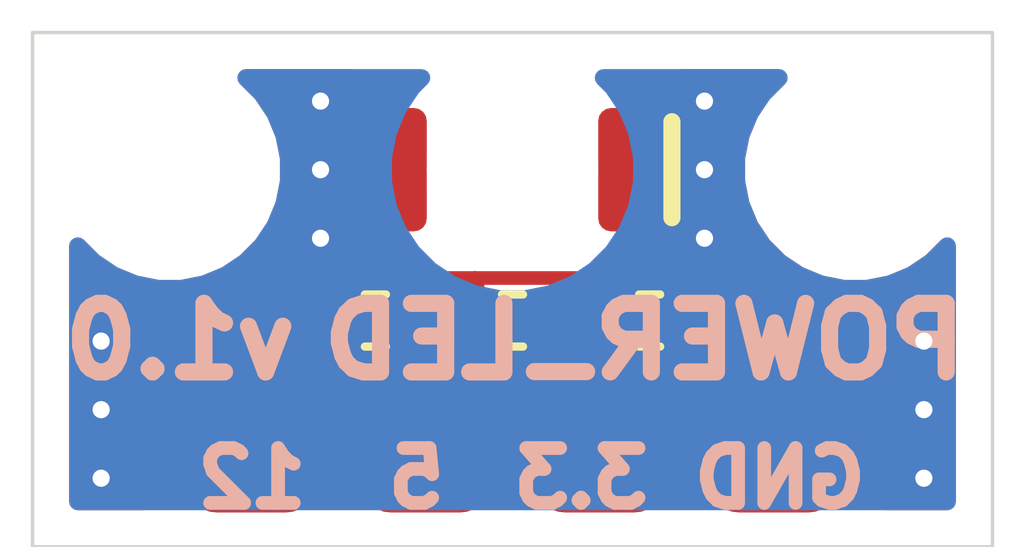
<source format=kicad_pcb>
(kicad_pcb (version 20171130) (host pcbnew "(5.1.10)-1")

  (general
    (thickness 1.6)
    (drawings 12)
    (tracks 36)
    (zones 0)
    (modules 10)
    (nets 6)
  )

  (page A4)
  (title_block
    (title POWER_LED)
    (date 2021-10-17)
    (rev 0A)
    (company CB-TECHNOLOGY)
  )

  (layers
    (0 F.Cu signal)
    (31 B.Cu signal)
    (32 B.Adhes user)
    (33 F.Adhes user)
    (34 B.Paste user)
    (35 F.Paste user)
    (36 B.SilkS user)
    (37 F.SilkS user)
    (38 B.Mask user)
    (39 F.Mask user)
    (40 Dwgs.User user)
    (41 Cmts.User user)
    (42 Eco1.User user)
    (43 Eco2.User user)
    (44 Edge.Cuts user)
    (45 Margin user)
    (46 B.CrtYd user)
    (47 F.CrtYd user)
    (48 B.Fab user)
    (49 F.Fab user)
  )

  (setup
    (last_trace_width 0.2)
    (user_trace_width 0.2)
    (trace_clearance 0.2)
    (zone_clearance 0.508)
    (zone_45_only no)
    (trace_min 0.2)
    (via_size 0.8)
    (via_drill 0.4)
    (via_min_size 0.4)
    (via_min_drill 0.3)
    (uvia_size 0.3)
    (uvia_drill 0.1)
    (uvias_allowed no)
    (uvia_min_size 0.2)
    (uvia_min_drill 0.1)
    (edge_width 0.05)
    (segment_width 0.2)
    (pcb_text_width 0.3)
    (pcb_text_size 1.5 1.5)
    (mod_edge_width 0.12)
    (mod_text_size 1 1)
    (mod_text_width 0.15)
    (pad_size 2.5 2.5)
    (pad_drill 2.5)
    (pad_to_mask_clearance 0)
    (aux_axis_origin 0 0)
    (visible_elements FFFFFF7F)
    (pcbplotparams
      (layerselection 0x010fc_ffffffff)
      (usegerberextensions false)
      (usegerberattributes true)
      (usegerberadvancedattributes true)
      (creategerberjobfile true)
      (excludeedgelayer true)
      (linewidth 0.100000)
      (plotframeref false)
      (viasonmask false)
      (mode 1)
      (useauxorigin false)
      (hpglpennumber 1)
      (hpglpenspeed 20)
      (hpglpendiameter 15.000000)
      (psnegative false)
      (psa4output false)
      (plotreference true)
      (plotvalue true)
      (plotinvisibletext false)
      (padsonsilk false)
      (subtractmaskfromsilk false)
      (outputformat 1)
      (mirror false)
      (drillshape 0)
      (scaleselection 1)
      (outputdirectory "POWER_LED v1.0/"))
  )

  (net 0 "")
  (net 1 "Net-(D1-Pad1)")
  (net 2 "Net-(D1-Pad2)")
  (net 3 "Net-(H3-Pad1)")
  (net 4 "Net-(H4-Pad1)")
  (net 5 "Net-(H5-Pad1)")

  (net_class Default "This is the default net class."
    (clearance 0.2)
    (trace_width 0.25)
    (via_dia 0.8)
    (via_drill 0.4)
    (uvia_dia 0.3)
    (uvia_drill 0.1)
    (add_net "Net-(D1-Pad1)")
    (add_net "Net-(D1-Pad2)")
    (add_net "Net-(H3-Pad1)")
    (add_net "Net-(H4-Pad1)")
    (add_net "Net-(H5-Pad1)")
  )

  (module MountingHole:MountingHole_2.2mm_M2 (layer F.Cu) (tedit 56D1B4CB) (tstamp 616C1CCE)
    (at 145 98)
    (descr "Mounting Hole 2.2mm, no annular, M2")
    (tags "mounting hole 2.2mm no annular m2")
    (path /616C1307)
    (attr virtual)
    (fp_text reference H1 (at 0 -3.2) (layer F.SilkS) hide
      (effects (font (size 1 1) (thickness 0.15)))
    )
    (fp_text value MountingHole (at 0 3.2) (layer F.Fab) hide
      (effects (font (size 1 1) (thickness 0.15)))
    )
    (fp_text user %R (at 0.3 0) (layer F.Fab) hide
      (effects (font (size 1 1) (thickness 0.15)))
    )
    (fp_circle (center 0 0) (end 2.2 0) (layer Cmts.User) (width 0.15))
    (fp_circle (center 0 0) (end 2.45 0) (layer F.CrtYd) (width 0.05))
    (pad 1 np_thru_hole circle (at 0 0) (size 2.2 2.2) (drill 2.2) (layers *.Cu *.Mask))
  )

  (module N-NonPart:TestPoint_Pad_2.0x2.0mm (layer F.Cu) (tedit 616BBCAB) (tstamp 616C10C8)
    (at 151.27 102)
    (descr "SMD rectangular pad as test Point, square 2.0mm side length")
    (tags "test point SMD pad rectangle square")
    (path /616BF0B3)
    (attr virtual)
    (fp_text reference H5 (at 0 -1.998) (layer F.SilkS) hide
      (effects (font (size 1 1) (thickness 0.15)))
    )
    (fp_text value "3.3V Pad" (at 0 2.05) (layer F.Fab) hide
      (effects (font (size 1 1) (thickness 0.15)))
    )
    (fp_line (start 1.1 1.1) (end -1.1 1.1) (layer F.CrtYd) (width 0.05))
    (fp_line (start 1.1 1.1) (end 1.1 -1.1) (layer F.CrtYd) (width 0.05))
    (fp_line (start -1.1 -1.1) (end -1.1 1.1) (layer F.CrtYd) (width 0.05))
    (fp_line (start -1.1 -1.1) (end 1.1 -1.1) (layer F.CrtYd) (width 0.05))
    (pad 1 smd roundrect (at 0 0) (size 2 2) (layers F.Cu F.Mask) (roundrect_rratio 0.25)
      (net 5 "Net-(H5-Pad1)") (solder_mask_margin 0.05))
  )

  (module R_Resistor:R_0402 (layer F.Cu) (tedit 6117C166) (tstamp 616BFD0F)
    (at 148 100.2)
    (path /616BB6D7)
    (fp_text reference R1 (at 0 -1.27) (layer F.SilkS) hide
      (effects (font (size 1 1) (thickness 0.15)))
    )
    (fp_text value 620R (at 0 1.27) (layer F.Fab) hide
      (effects (font (size 1 1) (thickness 0.15)))
    )
    (fp_text user %R (at 0 0) (layer F.Fab) hide
      (effects (font (size 0.26 0.26) (thickness 0.04)))
    )
    (fp_line (start -0.525 -0.27) (end 0.525 -0.27) (layer F.Fab) (width 0.1))
    (fp_line (start 0.93 0.47) (end -0.93 0.47) (layer F.CrtYd) (width 0.05))
    (fp_line (start 0.93 -0.47) (end 0.93 0.47) (layer F.CrtYd) (width 0.05))
    (fp_line (start -0.525 0.27) (end -0.525 -0.27) (layer F.Fab) (width 0.1))
    (fp_line (start -0.93 0.47) (end -0.93 -0.47) (layer F.CrtYd) (width 0.05))
    (fp_line (start 0.525 -0.27) (end 0.525 0.27) (layer F.Fab) (width 0.1))
    (fp_line (start -0.93 -0.47) (end 0.93 -0.47) (layer F.CrtYd) (width 0.05))
    (fp_line (start -0.153641 -0.38) (end 0.153641 -0.38) (layer F.SilkS) (width 0.12))
    (fp_line (start -0.153641 0.38) (end 0.153641 0.38) (layer F.SilkS) (width 0.12))
    (fp_line (start 0.525 0.27) (end -0.525 0.27) (layer F.Fab) (width 0.1))
    (pad 2 smd roundrect (at 0.51 0) (size 0.54 0.64) (layers F.Cu F.Paste F.Mask) (roundrect_rratio 0.25)
      (net 3 "Net-(H3-Pad1)"))
    (pad 1 smd roundrect (at -0.51 0) (size 0.54 0.64) (layers F.Cu F.Paste F.Mask) (roundrect_rratio 0.25)
      (net 2 "Net-(D1-Pad2)"))
    (model "$(LAMBO_LIB)/Step/res/RES0402.stp"
      (at (xyz 0 0 0))
      (scale (xyz 1 1 1))
      (rotate (xyz 0 0 0))
    )
  )

  (module R_Resistor:R_0402 (layer F.Cu) (tedit 6117C166) (tstamp 616BFD20)
    (at 150 100.2)
    (path /616BAA18)
    (fp_text reference R2 (at 0 -1.27) (layer F.SilkS) hide
      (effects (font (size 1 1) (thickness 0.15)))
    )
    (fp_text value 270R (at 0 1.27) (layer F.Fab) hide
      (effects (font (size 1 1) (thickness 0.15)))
    )
    (fp_text user %R (at 0 0) (layer F.Fab) hide
      (effects (font (size 0.26 0.26) (thickness 0.04)))
    )
    (fp_line (start -0.525 -0.27) (end 0.525 -0.27) (layer F.Fab) (width 0.1))
    (fp_line (start 0.93 0.47) (end -0.93 0.47) (layer F.CrtYd) (width 0.05))
    (fp_line (start 0.93 -0.47) (end 0.93 0.47) (layer F.CrtYd) (width 0.05))
    (fp_line (start -0.525 0.27) (end -0.525 -0.27) (layer F.Fab) (width 0.1))
    (fp_line (start -0.93 0.47) (end -0.93 -0.47) (layer F.CrtYd) (width 0.05))
    (fp_line (start 0.525 -0.27) (end 0.525 0.27) (layer F.Fab) (width 0.1))
    (fp_line (start -0.93 -0.47) (end 0.93 -0.47) (layer F.CrtYd) (width 0.05))
    (fp_line (start -0.153641 -0.38) (end 0.153641 -0.38) (layer F.SilkS) (width 0.12))
    (fp_line (start -0.153641 0.38) (end 0.153641 0.38) (layer F.SilkS) (width 0.12))
    (fp_line (start 0.525 0.27) (end -0.525 0.27) (layer F.Fab) (width 0.1))
    (pad 2 smd roundrect (at 0.51 0) (size 0.54 0.64) (layers F.Cu F.Paste F.Mask) (roundrect_rratio 0.25)
      (net 4 "Net-(H4-Pad1)"))
    (pad 1 smd roundrect (at -0.51 0) (size 0.54 0.64) (layers F.Cu F.Paste F.Mask) (roundrect_rratio 0.25)
      (net 2 "Net-(D1-Pad2)"))
    (model "$(LAMBO_LIB)/Step/res/RES0402.stp"
      (at (xyz 0 0 0))
      (scale (xyz 1 1 1))
      (rotate (xyz 0 0 0))
    )
  )

  (module R_Resistor:R_0402 (layer F.Cu) (tedit 6117C166) (tstamp 616BFD31)
    (at 152 100.2)
    (path /616BB9B8)
    (fp_text reference R3 (at 0 -1.27) (layer F.SilkS) hide
      (effects (font (size 1 1) (thickness 0.15)))
    )
    (fp_text value 180R (at 0 1.27) (layer F.Fab) hide
      (effects (font (size 1 1) (thickness 0.15)))
    )
    (fp_text user %R (at 0 0) (layer F.Fab) hide
      (effects (font (size 0.26 0.26) (thickness 0.04)))
    )
    (fp_line (start -0.525 -0.27) (end 0.525 -0.27) (layer F.Fab) (width 0.1))
    (fp_line (start 0.93 0.47) (end -0.93 0.47) (layer F.CrtYd) (width 0.05))
    (fp_line (start 0.93 -0.47) (end 0.93 0.47) (layer F.CrtYd) (width 0.05))
    (fp_line (start -0.525 0.27) (end -0.525 -0.27) (layer F.Fab) (width 0.1))
    (fp_line (start -0.93 0.47) (end -0.93 -0.47) (layer F.CrtYd) (width 0.05))
    (fp_line (start 0.525 -0.27) (end 0.525 0.27) (layer F.Fab) (width 0.1))
    (fp_line (start -0.93 -0.47) (end 0.93 -0.47) (layer F.CrtYd) (width 0.05))
    (fp_line (start -0.153641 -0.38) (end 0.153641 -0.38) (layer F.SilkS) (width 0.12))
    (fp_line (start -0.153641 0.38) (end 0.153641 0.38) (layer F.SilkS) (width 0.12))
    (fp_line (start 0.525 0.27) (end -0.525 0.27) (layer F.Fab) (width 0.1))
    (pad 2 smd roundrect (at 0.51 0) (size 0.54 0.64) (layers F.Cu F.Paste F.Mask) (roundrect_rratio 0.25)
      (net 5 "Net-(H5-Pad1)"))
    (pad 1 smd roundrect (at -0.51 0) (size 0.54 0.64) (layers F.Cu F.Paste F.Mask) (roundrect_rratio 0.25)
      (net 2 "Net-(D1-Pad2)"))
    (model "$(LAMBO_LIB)/Step/res/RES0402.stp"
      (at (xyz 0 0 0))
      (scale (xyz 1 1 1))
      (rotate (xyz 0 0 0))
    )
  )

  (module N-NonPart:TestPoint_Pad_2.0x2.0mm (layer F.Cu) (tedit 616BBCAB) (tstamp 616C10B8)
    (at 146.19 102)
    (descr "SMD rectangular pad as test Point, square 2.0mm side length")
    (tags "test point SMD pad rectangle square")
    (path /616BD8AA)
    (attr virtual)
    (fp_text reference H3 (at 0 -1.998) (layer F.SilkS) hide
      (effects (font (size 1 1) (thickness 0.15)))
    )
    (fp_text value "12V Pad" (at 0 2.05) (layer F.Fab) hide
      (effects (font (size 1 1) (thickness 0.15)))
    )
    (fp_line (start 1.1 1.1) (end -1.1 1.1) (layer F.CrtYd) (width 0.05))
    (fp_line (start 1.1 1.1) (end 1.1 -1.1) (layer F.CrtYd) (width 0.05))
    (fp_line (start -1.1 -1.1) (end -1.1 1.1) (layer F.CrtYd) (width 0.05))
    (fp_line (start -1.1 -1.1) (end 1.1 -1.1) (layer F.CrtYd) (width 0.05))
    (pad 1 smd roundrect (at 0 0) (size 2 2) (layers F.Cu F.Mask) (roundrect_rratio 0.25)
      (net 3 "Net-(H3-Pad1)") (solder_mask_margin 0.05))
  )

  (module N-NonPart:TestPoint_Pad_2.0x2.0mm (layer F.Cu) (tedit 616BBCAB) (tstamp 616C10C0)
    (at 148.73 102)
    (descr "SMD rectangular pad as test Point, square 2.0mm side length")
    (tags "test point SMD pad rectangle square")
    (path /616BED00)
    (attr virtual)
    (fp_text reference H4 (at 0 -1.998) (layer F.SilkS) hide
      (effects (font (size 1 1) (thickness 0.15)))
    )
    (fp_text value "5V Pad" (at 0 2.05) (layer F.Fab) hide
      (effects (font (size 1 1) (thickness 0.15)))
    )
    (fp_line (start 1.1 1.1) (end -1.1 1.1) (layer F.CrtYd) (width 0.05))
    (fp_line (start 1.1 1.1) (end 1.1 -1.1) (layer F.CrtYd) (width 0.05))
    (fp_line (start -1.1 -1.1) (end -1.1 1.1) (layer F.CrtYd) (width 0.05))
    (fp_line (start -1.1 -1.1) (end 1.1 -1.1) (layer F.CrtYd) (width 0.05))
    (pad 1 smd roundrect (at 0 0) (size 2 2) (layers F.Cu F.Mask) (roundrect_rratio 0.25)
      (net 4 "Net-(H4-Pad1)") (solder_mask_margin 0.05))
  )

  (module N-NonPart:TestPoint_Pad_2.0x2.0mm (layer F.Cu) (tedit 616BBCAB) (tstamp 616C10D0)
    (at 153.81 102)
    (descr "SMD rectangular pad as test Point, square 2.0mm side length")
    (tags "test point SMD pad rectangle square")
    (path /616C098F)
    (attr virtual)
    (fp_text reference H6 (at 0 -1.998) (layer F.SilkS) hide
      (effects (font (size 1 1) (thickness 0.15)))
    )
    (fp_text value "GND Pad" (at 0 2.05) (layer F.Fab) hide
      (effects (font (size 1 1) (thickness 0.15)))
    )
    (fp_line (start 1.1 1.1) (end -1.1 1.1) (layer F.CrtYd) (width 0.05))
    (fp_line (start 1.1 1.1) (end 1.1 -1.1) (layer F.CrtYd) (width 0.05))
    (fp_line (start -1.1 -1.1) (end -1.1 1.1) (layer F.CrtYd) (width 0.05))
    (fp_line (start -1.1 -1.1) (end 1.1 -1.1) (layer F.CrtYd) (width 0.05))
    (pad 1 smd roundrect (at 0 0) (size 2 2) (layers F.Cu F.Mask) (roundrect_rratio 0.25)
      (net 1 "Net-(D1-Pad1)") (solder_mask_margin 0.05))
  )

  (module DS_LED:DS_Everlight_IR21-21CL110TR8 (layer F.Cu) (tedit 616BBC1F) (tstamp 616C24AD)
    (at 150 98 180)
    (descr "Infrared (IR) Emitter 940nm 1.2V 65mA 1mW/sr @ 20mA 20° 1206 (3216 Metric)")
    (tags "LED ReverseMount Reverse")
    (path /616B9CC3)
    (attr smd)
    (fp_text reference D1 (at 0 -2.3 180) (layer F.SilkS) hide
      (effects (font (size 1 1) (thickness 0.15)))
    )
    (fp_text value LED (at 0 2.425 180) (layer F.Fab) hide
      (effects (font (size 1 1) (thickness 0.15)))
    )
    (fp_text user %R (at 0 0 180) (layer F.Fab)
      (effects (font (size 0.6 0.6) (thickness 0.1)))
    )
    (fp_arc (start 0 0) (end 0.715 -0.625) (angle -97.6) (layer F.Fab) (width 0.1))
    (fp_arc (start 0 0) (end -0.715 0.625) (angle -97.6) (layer F.Fab) (width 0.1))
    (fp_line (start 1.315 -0.095) (end 1.315 0.625) (layer F.Fab) (width 0.1))
    (fp_line (start 1.705 -0.095) (end 1.315 -0.095) (layer F.Fab) (width 0.1))
    (fp_line (start 1.705 -0.625) (end 1.705 -0.095) (layer F.Fab) (width 0.1))
    (fp_line (start 0.715 -0.625) (end 1.705 -0.625) (layer F.Fab) (width 0.1))
    (fp_line (start 0.715 0.625) (end 1.315 0.625) (layer F.Fab) (width 0.1))
    (fp_line (start -2.2 1.4) (end -2.2 -1.4) (layer F.CrtYd) (width 0.05))
    (fp_line (start 2.2 1.4) (end -2.2 1.4) (layer F.CrtYd) (width 0.05))
    (fp_line (start 2.2 -1.4) (end 2.2 1.4) (layer F.CrtYd) (width 0.05))
    (fp_line (start -2.2 -1.4) (end 2.2 -1.4) (layer F.CrtYd) (width 0.05))
    (fp_line (start -1.7 0.3) (end -1.7 0.625) (layer F.Fab) (width 0.1))
    (fp_line (start -1.5 0.1) (end -1.3 0.1) (layer F.Fab) (width 0.1))
    (fp_line (start -1.7 0.3) (end -1.5 0.1) (layer F.Fab) (width 0.1))
    (fp_line (start -1.3 -0.625) (end -0.715 -0.625) (layer F.Fab) (width 0.1))
    (fp_line (start -1.3 0.1) (end -1.3 -0.625) (layer F.Fab) (width 0.1))
    (fp_line (start -0.715 0.625) (end -1.7 0.625) (layer F.Fab) (width 0.1))
    (fp_line (start -2.325 -0.7) (end -2.325 0.7) (layer F.SilkS) (width 0.25))
    (pad "" np_thru_hole circle (at 0 0 180) (size 2.5 2.5) (drill 2.5) (layers *.Cu *.Mask)
      (solder_mask_margin 0.05))
    (pad 1 smd roundrect (at -1.625 0 180) (size 0.75 1.8) (layers F.Cu F.Paste F.Mask) (roundrect_rratio 0.25)
      (net 1 "Net-(D1-Pad1)") (solder_mask_margin 0.05) (solder_paste_margin -0.05))
    (pad 2 smd roundrect (at 1.625 0 180) (size 0.75 1.8) (layers F.Cu F.Paste F.Mask) (roundrect_rratio 0.25)
      (net 2 "Net-(D1-Pad2)") (solder_mask_margin 0.05) (solder_paste_margin -0.05))
    (model ${KISYS3DMOD}/LED_SMD.3dshapes/LED_Osram_Lx_P47F_D2mm_ReverseMount.wrl
      (at (xyz 0 0 0))
      (scale (xyz 1 1 1))
      (rotate (xyz 0 0 0))
    )
  )

  (module MountingHole:MountingHole_2.2mm_M2 (layer F.Cu) (tedit 56D1B4CB) (tstamp 616C1CD5)
    (at 155 98)
    (descr "Mounting Hole 2.2mm, no annular, M2")
    (tags "mounting hole 2.2mm no annular m2")
    (path /616C1B9E)
    (attr virtual)
    (fp_text reference H2 (at 0 -3.2) (layer F.SilkS) hide
      (effects (font (size 1 1) (thickness 0.15)))
    )
    (fp_text value MountingHole (at 0 3.2) (layer F.Fab) hide
      (effects (font (size 1 1) (thickness 0.15)))
    )
    (fp_text user %R (at 0.3 0) (layer F.Fab) hide
      (effects (font (size 1 1) (thickness 0.15)))
    )
    (fp_circle (center 0 0) (end 2.2 0) (layer Cmts.User) (width 0.15))
    (fp_circle (center 0 0) (end 2.45 0) (layer F.CrtYd) (width 0.05))
    (pad 1 np_thru_hole circle (at 0 0) (size 2.2 2.2) (drill 2.2) (layers *.Cu *.Mask))
  )

  (gr_text v1.0 (at 145.15 100.5) (layer B.SilkS) (tstamp 616C31CF)
    (effects (font (size 1 1.05) (thickness 0.25)) (justify mirror))
  )
  (gr_text LED (at 148.7 100.5) (layer B.SilkS) (tstamp 616C31CF)
    (effects (font (size 1 1.05) (thickness 0.25)) (justify mirror))
  )
  (gr_text "_\n" (at 150.7 100.4) (layer B.SilkS) (tstamp 616C31CF)
    (effects (font (size 1 1) (thickness 0.25)) (justify mirror))
  )
  (gr_text POWER (at 153.9 100.5) (layer B.SilkS) (tstamp 616C3143)
    (effects (font (size 1 1.05) (thickness 0.25)) (justify mirror))
  )
  (gr_text GND (at 153.9 102.5) (layer B.SilkS) (tstamp 616C0CD2)
    (effects (font (size 0.8 0.8) (thickness 0.2)) (justify mirror))
  )
  (gr_text 3.3 (at 151 102.5) (layer B.SilkS) (tstamp 616C0CD2)
    (effects (font (size 0.8 0.8) (thickness 0.2)) (justify mirror))
  )
  (gr_text "5\n" (at 148.6 102.5) (layer B.SilkS) (tstamp 616C0CD2)
    (effects (font (size 0.8 0.8) (thickness 0.2)) (justify mirror))
  )
  (gr_text 12 (at 146.2 102.5) (layer B.SilkS)
    (effects (font (size 0.8 0.8) (thickness 0.2)) (justify mirror))
  )
  (gr_line (start 143 103.5) (end 143 96) (layer Edge.Cuts) (width 0.05) (tstamp 616BFB2F))
  (gr_line (start 157 103.5) (end 143 103.5) (layer Edge.Cuts) (width 0.05))
  (gr_line (start 157 96) (end 157 103.5) (layer Edge.Cuts) (width 0.05))
  (gr_line (start 143 96) (end 157 96) (layer Edge.Cuts) (width 0.05))

  (segment (start 151 97.49) (end 150 97.49) (width 0.25) (layer F.Cu) (net 0))
  (segment (start 150 97.49) (end 149 97.49) (width 0.25) (layer F.Cu) (net 0))
  (via (at 152.8 98) (size 0.55) (drill 0.25) (layers F.Cu B.Cu) (net 1) (tstamp 616C2C5F))
  (via (at 152.8 99) (size 0.55) (drill 0.25) (layers F.Cu B.Cu) (net 1) (tstamp 616C2C60))
  (via (at 147.2 98) (size 0.55) (drill 0.25) (layers F.Cu B.Cu) (net 1) (tstamp 616C2C5F))
  (via (at 147.2 99) (size 0.55) (drill 0.25) (layers F.Cu B.Cu) (net 1) (tstamp 616C2C60))
  (via (at 147.2 97) (size 0.55) (drill 0.25) (layers F.Cu B.Cu) (net 1) (tstamp 616C2BE9))
  (via (at 152.8 97) (size 0.55) (drill 0.25) (layers F.Cu B.Cu) (net 1) (tstamp 616C2BC3))
  (via (at 144 102.5) (size 0.55) (drill 0.25) (layers F.Cu B.Cu) (net 1) (tstamp 616C2B80))
  (via (at 144 101.5) (size 0.55) (drill 0.25) (layers F.Cu B.Cu) (net 1) (tstamp 616C2B80))
  (via (at 144 100.5) (size 0.55) (drill 0.25) (layers F.Cu B.Cu) (net 1) (tstamp 616C2B80))
  (via (at 156 100.5) (size 0.55) (drill 0.25) (layers F.Cu B.Cu) (net 1) (tstamp 616C2B59))
  (via (at 156 101.5) (size 0.55) (drill 0.25) (layers F.Cu B.Cu) (net 1) (tstamp 616C2B4F))
  (via (at 156 102.5) (size 0.55) (drill 0.25) (layers F.Cu B.Cu) (net 1))
  (segment (start 151.625 98) (end 152.9 98) (width 0.2) (layer F.Cu) (net 1))
  (segment (start 152.9 97.1) (end 153 97) (width 0.2) (layer F.Cu) (net 1))
  (segment (start 152.9 98) (end 152.9 97.1) (width 0.2) (layer F.Cu) (net 1))
  (segment (start 151.49 99.78) (end 151.28999 99.57999) (width 0.2) (layer F.Cu) (net 2))
  (segment (start 151.49 100.2) (end 151.49 99.78) (width 0.2) (layer F.Cu) (net 2))
  (segment (start 148.375 99.525) (end 148.42999 99.57999) (width 0.2) (layer F.Cu) (net 2))
  (segment (start 148.375 98) (end 148.375 99.525) (width 0.2) (layer F.Cu) (net 2))
  (segment (start 149.49 99.61998) (end 149.45001 99.57999) (width 0.2) (layer F.Cu) (net 2))
  (segment (start 149.49 100.2) (end 149.49 99.61998) (width 0.2) (layer F.Cu) (net 2))
  (segment (start 149.45001 99.57999) (end 148.42999 99.57999) (width 0.2) (layer F.Cu) (net 2))
  (segment (start 151.28999 99.57999) (end 149.45001 99.57999) (width 0.2) (layer F.Cu) (net 2))
  (segment (start 147.49 100.16998) (end 148.07999 99.57999) (width 0.2) (layer F.Cu) (net 2))
  (segment (start 147.49 100.2) (end 147.49 100.16998) (width 0.2) (layer F.Cu) (net 2))
  (segment (start 148.42999 99.57999) (end 148.07999 99.57999) (width 0.2) (layer F.Cu) (net 2))
  (segment (start 147.36999 100.82001) (end 146.19 102) (width 0.2) (layer F.Cu) (net 3))
  (segment (start 147.805188 100.82001) (end 147.36999 100.82001) (width 0.2) (layer F.Cu) (net 3))
  (segment (start 148.425198 100.2) (end 147.805188 100.82001) (width 0.2) (layer F.Cu) (net 3))
  (segment (start 148.51 100.2) (end 148.425198 100.2) (width 0.2) (layer F.Cu) (net 3))
  (segment (start 150.51 100.22) (end 148.73 102) (width 0.2) (layer F.Cu) (net 4))
  (segment (start 150.51 100.2) (end 150.51 100.22) (width 0.2) (layer F.Cu) (net 4))
  (segment (start 152.51 100.76) (end 151.27 102) (width 0.2) (layer F.Cu) (net 5))
  (segment (start 152.51 100.2) (end 152.51 100.76) (width 0.2) (layer F.Cu) (net 5))

  (zone (net 1) (net_name "Net-(D1-Pad1)") (layer B.Cu) (tstamp 616C3266) (hatch edge 0.508)
    (connect_pads (clearance 0.508))
    (min_thickness 0.254)
    (fill yes (arc_segments 32) (thermal_gap 0.508) (thermal_bridge_width 0.508))
    (polygon
      (pts
        (xy 157 103.5) (xy 143 103.5) (xy 143 96) (xy 157 96)
      )
    )
    (filled_polygon
      (pts
        (xy 148.535825 96.798382) (xy 148.329534 97.107118) (xy 148.187439 97.450166) (xy 148.115 97.814344) (xy 148.115 98.185656)
        (xy 148.187439 98.549834) (xy 148.329534 98.892882) (xy 148.535825 99.201618) (xy 148.798382 99.464175) (xy 149.107118 99.670466)
        (xy 149.450166 99.812561) (xy 149.814344 99.885) (xy 150.185656 99.885) (xy 150.549834 99.812561) (xy 150.892882 99.670466)
        (xy 151.201618 99.464175) (xy 151.464175 99.201618) (xy 151.670466 98.892882) (xy 151.812561 98.549834) (xy 151.885 98.185656)
        (xy 151.885 97.814344) (xy 151.812561 97.450166) (xy 151.670466 97.107118) (xy 151.464175 96.798382) (xy 151.325793 96.66)
        (xy 153.886339 96.66) (xy 153.652337 96.894002) (xy 153.462463 97.178169) (xy 153.331675 97.493919) (xy 153.265 97.829117)
        (xy 153.265 98.170883) (xy 153.331675 98.506081) (xy 153.462463 98.821831) (xy 153.652337 99.105998) (xy 153.894002 99.347663)
        (xy 154.178169 99.537537) (xy 154.493919 99.668325) (xy 154.829117 99.735) (xy 155.170883 99.735) (xy 155.506081 99.668325)
        (xy 155.821831 99.537537) (xy 156.105998 99.347663) (xy 156.34 99.113661) (xy 156.340001 102.84) (xy 143.66 102.84)
        (xy 143.66 99.113661) (xy 143.894002 99.347663) (xy 144.178169 99.537537) (xy 144.493919 99.668325) (xy 144.829117 99.735)
        (xy 145.170883 99.735) (xy 145.506081 99.668325) (xy 145.821831 99.537537) (xy 146.105998 99.347663) (xy 146.347663 99.105998)
        (xy 146.537537 98.821831) (xy 146.668325 98.506081) (xy 146.735 98.170883) (xy 146.735 97.829117) (xy 146.668325 97.493919)
        (xy 146.537537 97.178169) (xy 146.347663 96.894002) (xy 146.113661 96.66) (xy 148.674207 96.66)
      )
    )
  )
  (zone (net 1) (net_name "Net-(D1-Pad1)") (layer F.Cu) (tstamp 616C3263) (hatch edge 0.508)
    (connect_pads (clearance 0.508))
    (min_thickness 0.254)
    (fill yes (arc_segments 32) (thermal_gap 0.508) (thermal_bridge_width 0.508))
    (polygon
      (pts
        (xy 157 103.5) (xy 143 103.5) (xy 143 96) (xy 157 96)
      )
    )
    (filled_polygon
      (pts
        (xy 147.603732 96.703732) (xy 147.501062 96.828837) (xy 147.424771 96.971567) (xy 147.377791 97.126439) (xy 147.361928 97.2875)
        (xy 147.361928 98.7125) (xy 147.377791 98.873561) (xy 147.424771 99.028433) (xy 147.483056 99.137477) (xy 147.378605 99.241928)
        (xy 147.355 99.241928) (xy 147.204181 99.256782) (xy 147.059158 99.300775) (xy 146.925504 99.372214) (xy 146.808356 99.468356)
        (xy 146.712214 99.585504) (xy 146.640775 99.719158) (xy 146.596782 99.864181) (xy 146.581928 100.015) (xy 146.581928 100.361928)
        (xy 145.69 100.361928) (xy 145.467973 100.383796) (xy 145.254479 100.448559) (xy 145.057721 100.553728) (xy 144.885262 100.695262)
        (xy 144.743728 100.867721) (xy 144.638559 101.064479) (xy 144.573796 101.277973) (xy 144.551928 101.5) (xy 144.551928 102.5)
        (xy 144.573796 102.722027) (xy 144.609583 102.84) (xy 143.66 102.84) (xy 143.66 99.113661) (xy 143.894002 99.347663)
        (xy 144.178169 99.537537) (xy 144.493919 99.668325) (xy 144.829117 99.735) (xy 145.170883 99.735) (xy 145.506081 99.668325)
        (xy 145.821831 99.537537) (xy 146.105998 99.347663) (xy 146.347663 99.105998) (xy 146.537537 98.821831) (xy 146.668325 98.506081)
        (xy 146.735 98.170883) (xy 146.735 97.829117) (xy 146.668325 97.493919) (xy 146.537537 97.178169) (xy 146.347663 96.894002)
        (xy 146.113661 96.66) (xy 147.65702 96.66)
      )
    )
    (filled_polygon
      (pts
        (xy 153.652337 96.894002) (xy 153.462463 97.178169) (xy 153.331675 97.493919) (xy 153.265 97.829117) (xy 153.265 98.170883)
        (xy 153.331675 98.506081) (xy 153.462463 98.821831) (xy 153.652337 99.105998) (xy 153.894002 99.347663) (xy 154.178169 99.537537)
        (xy 154.493919 99.668325) (xy 154.829117 99.735) (xy 155.170883 99.735) (xy 155.506081 99.668325) (xy 155.821831 99.537537)
        (xy 156.105998 99.347663) (xy 156.34 99.113661) (xy 156.340001 102.84) (xy 155.447384 102.84) (xy 155.445 102.28575)
        (xy 155.28625 102.127) (xy 153.937 102.127) (xy 153.937 102.147) (xy 153.683 102.147) (xy 153.683 102.127)
        (xy 153.663 102.127) (xy 153.663 101.873) (xy 153.683 101.873) (xy 153.683 100.52375) (xy 153.937 100.52375)
        (xy 153.937 101.873) (xy 155.28625 101.873) (xy 155.445 101.71425) (xy 155.448072 101) (xy 155.435812 100.875518)
        (xy 155.399502 100.75582) (xy 155.340537 100.645506) (xy 155.261185 100.548815) (xy 155.164494 100.469463) (xy 155.05418 100.410498)
        (xy 154.934482 100.374188) (xy 154.81 100.361928) (xy 154.09575 100.365) (xy 153.937 100.52375) (xy 153.683 100.52375)
        (xy 153.52425 100.365) (xy 153.418072 100.364543) (xy 153.418072 100.015) (xy 153.403218 99.864181) (xy 153.359225 99.719158)
        (xy 153.287786 99.585504) (xy 153.191644 99.468356) (xy 153.074496 99.372214) (xy 152.940842 99.300775) (xy 152.795819 99.256782)
        (xy 152.645 99.241928) (xy 152.537254 99.241928) (xy 152.589502 99.14418) (xy 152.625812 99.024482) (xy 152.638072 98.9)
        (xy 152.635 98.28575) (xy 152.47625 98.127) (xy 151.885 98.127) (xy 151.885 97.873) (xy 152.47625 97.873)
        (xy 152.635 97.71425) (xy 152.638072 97.1) (xy 152.625812 96.975518) (xy 152.589502 96.85582) (xy 152.530537 96.745506)
        (xy 152.460364 96.66) (xy 153.886339 96.66)
      )
    )
  )
)

</source>
